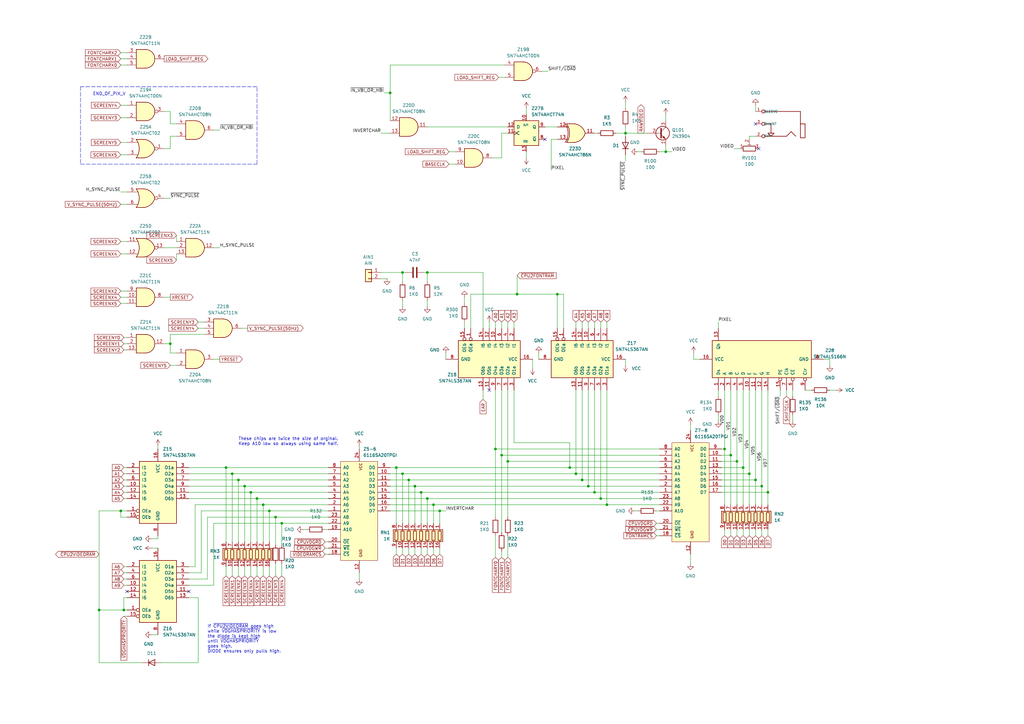
<source format=kicad_sch>
(kicad_sch (version 20211123) (generator eeschema)
  (paper "A3")
  (title_block (title "JupiterAce Z80 plus KIO and new memory format.") (date "2020-05-12") (rev "${REVNUM}") (company "Ontobus") (comment 1 "John Bradley") (comment 2 "https://creativecommons.org/licenses/by-nc-sa/4.0/") (comment 3 "Attribution-NonCommercial-ShareAlike 4.0 International License.") (comment 4 "This work is licensed under a Creative Commons "))
  (junction (at 203.2 184.15))
  (junction (at 205.74 186.69))
  (junction (at 299.72 186.69))
  (junction (at 312.42 199.39))
  (junction (at 241.3 199.39))
  (junction (at 243.84 201.93))
  (junction (at 233.68 191.77))
  (junction (at 170.18 199.39))
  (junction (at 110.49 209.55))
  (junction (at 69.85 140.97))
  (junction (at 246.38 204.47))
  (junction (at 95.25 194.31))
  (junction (at 107.95 207.01))
  (junction (at 309.88 196.85))
  (junction (at 297.18 184.15))
  (junction (at 172.72 201.93))
  (junction (at 302.26 189.23))
  (junction (at 212.09 120.65))
  (junction (at 165.1 194.31))
  (junction (at 100.33 199.39))
  (junction (at 273.05 62.23))
  (junction (at 236.22 194.31))
  (junction (at 177.8 207.01))
  (junction (at 208.28 189.23))
  (junction (at 304.8 191.77))
  (junction (at 228.6 120.65))
  (junction (at 49.53 209.55))
  (junction (at 105.41 204.47))
  (junction (at 113.03 212.09))
  (junction (at 256.54 54.61))
  (junction (at 307.34 194.31))
  (junction (at 165.1 111.76))
  (junction (at 180.34 209.55))
  (junction (at 102.87 201.93))
  (junction (at 40.64 250.19))
  (junction (at 175.26 111.76))
  (junction (at 50.8 250.19))
  (junction (at 314.96 201.93))
  (junction (at 115.57 214.63))
  (junction (at 92.71 191.77))
  (junction (at 248.92 207.01))
  (junction (at 162.56 191.77))
  (junction (at 238.76 196.85))
  (junction (at 175.26 204.47))
  (junction (at 97.79 196.85))
  (junction (at 160.02 38.1))
  (junction (at 167.64 196.85))
  (no_connect (at 77.47 242.57))
  (no_connect (at 309.88 50.8))
  (no_connect (at 200.66 160.02))
  (no_connect (at 223.52 57.15))
  (no_connect (at 311.15 60.96))
  (no_connect (at 52.07 242.57))
  (wire (pts (xy 300.99 60.96) (xy 303.53 60.96)))
  (wire (pts (xy 77.47 234.95) (xy 82.55 234.95)))
  (wire (pts (xy 107.95 232.41) (xy 107.95 236.22)))
  (wire (pts (xy 134.62 217.17) (xy 133.35 217.17)))
  (wire (pts (xy 165.1 111.76) (xy 166.37 111.76)))
  (wire (pts (xy 322.58 160.02) (xy 322.58 162.56)))
  (wire (pts (xy 87.63 147.32) (xy 90.17 147.32)))
  (wire (pts (xy 226.06 57.15) (xy 228.6 57.15)))
  (wire (pts (xy 160.02 196.85) (xy 167.64 196.85)))
  (wire (pts (xy 52.07 83.82) (xy 49.53 83.82)))
  (wire (pts (xy 273.05 62.23) (xy 275.59 62.23)))
  (wire (pts (xy 52.07 201.93) (xy 50.8 201.93)))
  (wire (pts (xy 52.07 140.97) (xy 50.8 140.97)))
  (wire (pts (xy 304.8 191.77) (xy 304.8 207.01)))
  (wire (pts (xy 283.21 176.53) (xy 283.21 173.99)))
  (wire (pts (xy 72.39 99.06) (xy 72.39 96.52)))
  (wire (pts (xy 147.32 184.15) (xy 147.32 182.88)))
  (wire (pts (xy 248.92 207.01) (xy 270.51 207.01)))
  (wire (pts (xy 198.12 111.76) (xy 198.12 134.62)))
  (wire (pts (xy 52.07 104.14) (xy 49.53 104.14)))
  (wire (pts (xy 309.88 196.85) (xy 309.88 207.01)))
  (wire (pts (xy 205.74 64.77) (xy 205.74 54.61)))
  (wire (pts (xy 77.47 191.77) (xy 92.71 191.77)))
  (wire (pts (xy 72.39 104.14) (xy 72.39 106.68)))
  (wire (pts (xy 40.64 209.55) (xy 40.64 250.19)))
  (wire (pts (xy 270.51 214.63) (xy 269.24 214.63)))
  (wire (pts (xy 165.1 194.31) (xy 236.22 194.31)))
  (wire (pts (xy 314.96 160.02) (xy 314.96 201.93)))
  (wire (pts (xy 205.74 228.6) (xy 205.74 226.06)))
  (polyline (pts (xy 33.02 35.56) (xy 33.02 67.31)))
  (wire (pts (xy 52.07 194.31) (xy 50.8 194.31)))
  (wire (pts (xy 320.04 162.56) (xy 320.04 160.02)))
  (wire (pts (xy 77.47 199.39) (xy 100.33 199.39)))
  (wire (pts (xy 269.24 219.71) (xy 270.51 219.71)))
  (wire (pts (xy 175.26 204.47) (xy 175.26 214.63)))
  (wire (pts (xy 172.72 201.93) (xy 172.72 214.63)))
  (wire (pts (xy 246.38 134.62) (xy 246.38 132.08)))
  (wire (pts (xy 77.47 232.41) (xy 80.01 232.41)))
  (wire (pts (xy 107.95 207.01) (xy 134.62 207.01)))
  (wire (pts (xy 81.28 271.78) (xy 66.04 271.78)))
  (wire (pts (xy 175.26 224.79) (xy 175.26 227.33)))
  (wire (pts (xy 262.89 62.23) (xy 261.62 62.23)))
  (wire (pts (xy 67.31 121.92) (xy 69.85 121.92)))
  (wire (pts (xy 62.23 224.79) (xy 64.77 224.79)))
  (wire (pts (xy 160.02 26.67) (xy 207.01 26.67)))
  (wire (pts (xy 105.41 204.47) (xy 134.62 204.47)))
  (wire (pts (xy 233.68 181.61) (xy 233.68 191.77)))
  (wire (pts (xy 215.9 46.99) (xy 215.9 44.45)))
  (wire (pts (xy 49.53 24.13) (xy 52.07 24.13)))
  (wire (pts (xy 72.39 144.78) (xy 69.85 144.78)))
  (wire (pts (xy 304.8 217.17) (xy 304.8 219.71)))
  (wire (pts (xy 226.06 57.15) (xy 226.06 69.85)))
  (wire (pts (xy 299.72 186.69) (xy 299.72 207.01)))
  (wire (pts (xy 297.18 160.02) (xy 297.18 184.15)))
  (wire (pts (xy 200.66 134.62) (xy 200.66 132.08)))
  (wire (pts (xy 77.47 204.47) (xy 105.41 204.47)))
  (wire (pts (xy 304.8 160.02) (xy 304.8 191.77)))
  (wire (pts (xy 167.64 196.85) (xy 167.64 214.63)))
  (wire (pts (xy 82.55 209.55) (xy 82.55 234.95)))
  (wire (pts (xy 314.96 201.93) (xy 314.96 207.01)))
  (wire (pts (xy 175.26 111.76) (xy 198.12 111.76)))
  (wire (pts (xy 125.73 217.17) (xy 124.46 217.17)))
  (wire (pts (xy 208.28 219.71) (xy 208.28 228.6)))
  (wire (pts (xy 177.8 224.79) (xy 177.8 227.33)))
  (wire (pts (xy 273.05 49.53) (xy 273.05 46.99)))
  (wire (pts (xy 228.6 134.62) (xy 228.6 120.65)))
  (wire (pts (xy 236.22 194.31) (xy 270.51 194.31)))
  (wire (pts (xy 85.09 212.09) (xy 85.09 237.49)))
  (wire (pts (xy 100.33 199.39) (xy 100.33 222.25)))
  (wire (pts (xy 69.85 144.78) (xy 69.85 140.97)))
  (wire (pts (xy 160.02 38.1) (xy 160.02 49.53)))
  (wire (pts (xy 52.07 240.03) (xy 50.8 240.03)))
  (wire (pts (xy 270.51 186.69) (xy 205.74 186.69)))
  (wire (pts (xy 307.34 217.17) (xy 307.34 219.71)))
  (wire (pts (xy 198.12 160.02) (xy 198.12 163.83)))
  (wire (pts (xy 110.49 209.55) (xy 110.49 222.25)))
  (wire (pts (xy 50.8 143.51) (xy 52.07 143.51)))
  (wire (pts (xy 295.91 191.77) (xy 304.8 191.77)))
  (wire (pts (xy 295.91 199.39) (xy 312.42 199.39)))
  (wire (pts (xy 160.02 207.01) (xy 177.8 207.01)))
  (wire (pts (xy 102.87 201.93) (xy 102.87 222.25)))
  (wire (pts (xy 52.07 78.74) (xy 49.53 78.74)))
  (wire (pts (xy 52.07 212.09) (xy 49.53 212.09)))
  (wire (pts (xy 273.05 62.23) (xy 270.51 62.23)))
  (wire (pts (xy 210.82 181.61) (xy 210.82 160.02)))
  (polyline (pts (xy 105.41 67.31) (xy 105.41 35.56)))
  (wire (pts (xy 69.85 50.8) (xy 69.85 45.72)))
  (wire (pts (xy 77.47 237.49) (xy 85.09 237.49)))
  (wire (pts (xy 172.72 201.93) (xy 243.84 201.93)))
  (wire (pts (xy 81.28 134.62) (xy 83.82 134.62)))
  (wire (pts (xy 72.39 50.8) (xy 69.85 50.8)))
  (wire (pts (xy 193.04 120.65) (xy 193.04 134.62)))
  (wire (pts (xy 243.84 54.61) (xy 245.11 54.61)))
  (wire (pts (xy 302.26 217.17) (xy 302.26 219.71)))
  (wire (pts (xy 87.63 53.34) (xy 90.17 53.34)))
  (wire (pts (xy 248.92 134.62) (xy 248.92 132.08)))
  (wire (pts (xy 52.07 234.95) (xy 50.8 234.95)))
  (wire (pts (xy 40.64 271.78) (xy 58.42 271.78)))
  (wire (pts (xy 236.22 134.62) (xy 236.22 132.08)))
  (wire (pts (xy 261.62 209.55) (xy 260.35 209.55)))
  (wire (pts (xy 205.74 186.69) (xy 205.74 218.44)))
  (wire (pts (xy 77.47 240.03) (xy 87.63 240.03)))
  (wire (pts (xy 175.26 123.19) (xy 175.26 125.73)))
  (wire (pts (xy 170.18 199.39) (xy 170.18 214.63)))
  (wire (pts (xy 90.17 101.6) (xy 87.63 101.6)))
  (wire (pts (xy 40.64 209.55) (xy 49.53 209.55)))
  (wire (pts (xy 283.21 227.33) (xy 283.21 231.14)))
  (wire (pts (xy 182.88 144.78) (xy 182.88 147.32)))
  (wire (pts (xy 256.54 54.61) (xy 265.43 54.61)))
  (wire (pts (xy 113.03 231.14) (xy 113.03 236.22)))
  (wire (pts (xy 309.88 43.18) (xy 309.88 45.72)))
  (wire (pts (xy 102.87 201.93) (xy 134.62 201.93)))
  (wire (pts (xy 307.34 160.02) (xy 307.34 194.31)))
  (wire (pts (xy 147.32 234.95) (xy 147.32 237.49)))
  (wire (pts (xy 294.64 170.18) (xy 294.64 172.72)))
  (wire (pts (xy 133.35 227.33) (xy 134.62 227.33)))
  (wire (pts (xy 87.63 214.63) (xy 115.57 214.63)))
  (wire (pts (xy 67.31 101.6) (xy 72.39 101.6)))
  (wire (pts (xy 80.01 207.01) (xy 107.95 207.01)))
  (wire (pts (xy 69.85 55.88) (xy 69.85 60.96)))
  (wire (pts (xy 340.36 160.02) (xy 342.9 160.02)))
  (wire (pts (xy 49.53 212.09) (xy 49.53 209.55)))
  (wire (pts (xy 337.82 147.32) (xy 340.36 147.32)))
  (wire (pts (xy 270.51 209.55) (xy 269.24 209.55)))
  (wire (pts (xy 208.28 189.23) (xy 208.28 212.09)))
  (wire (pts (xy 205.74 64.77) (xy 201.93 64.77)))
  (wire (pts (xy 64.77 219.71) (xy 64.77 220.98)))
  (wire (pts (xy 173.99 111.76) (xy 175.26 111.76)))
  (wire (pts (xy 215.9 62.23) (xy 215.9 64.77)))
  (wire (pts (xy 180.34 209.55) (xy 180.34 214.63)))
  (wire (pts (xy 175.26 204.47) (xy 246.38 204.47)))
  (wire (pts (xy 64.77 220.98) (xy 62.23 220.98)))
  (wire (pts (xy 309.88 55.88) (xy 307.34 55.88)))
  (wire (pts (xy 160.02 204.47) (xy 175.26 204.47)))
  (wire (pts (xy 107.95 207.01) (xy 107.95 222.25)))
  (wire (pts (xy 243.84 160.02) (xy 243.84 201.93)))
  (wire (pts (xy 256.54 41.91) (xy 256.54 44.45)))
  (wire (pts (xy 52.07 43.18) (xy 49.53 43.18)))
  (wire (pts (xy 52.07 199.39) (xy 50.8 199.39)))
  (wire (pts (xy 95.25 194.31) (xy 95.25 222.25)))
  (wire (pts (xy 105.41 204.47) (xy 105.41 222.25)))
  (wire (pts (xy 160.02 191.77) (xy 162.56 191.77)))
  (wire (pts (xy 162.56 191.77) (xy 233.68 191.77)))
  (wire (pts (xy 270.51 189.23) (xy 208.28 189.23)))
  (wire (pts (xy 69.85 140.97) (xy 69.85 137.16)))
  (wire (pts (xy 186.69 67.31) (xy 184.15 67.31)))
  (wire (pts (xy 203.2 134.62) (xy 203.2 132.08)))
  (wire (pts (xy 241.3 199.39) (xy 270.51 199.39)))
  (wire (pts (xy 102.87 232.41) (xy 102.87 236.22)))
  (wire (pts (xy 50.8 138.43) (xy 52.07 138.43)))
  (wire (pts (xy 205.74 160.02) (xy 205.74 186.69)))
  (wire (pts (xy 160.02 199.39) (xy 170.18 199.39)))
  (wire (pts (xy 314.96 217.17) (xy 314.96 219.71)))
  (wire (pts (xy 133.35 224.79) (xy 134.62 224.79)))
  (wire (pts (xy 64.77 260.35) (xy 62.23 260.35)))
  (wire (pts (xy 212.09 120.65) (xy 212.09 113.03)))
  (wire (pts (xy 241.3 160.02) (xy 241.3 199.39)))
  (wire (pts (xy 87.63 214.63) (xy 87.63 240.03)))
  (wire (pts (xy 299.72 217.17) (xy 299.72 219.71)))
  (wire (pts (xy 203.2 184.15) (xy 203.2 212.09)))
  (wire (pts (xy 256.54 149.86) (xy 256.54 147.32)))
  (wire (pts (xy 165.1 123.19) (xy 165.1 125.73)))
  (wire (pts (xy 297.18 217.17) (xy 297.18 219.71)))
  (wire (pts (xy 233.68 191.77) (xy 270.51 191.77)))
  (wire (pts (xy 115.57 214.63) (xy 115.57 223.52)))
  (wire (pts (xy 105.41 232.41) (xy 105.41 236.22)))
  (wire (pts (xy 243.84 201.93) (xy 270.51 201.93)))
  (wire (pts (xy 294.64 162.56) (xy 294.64 160.02)))
  (wire (pts (xy 270.51 184.15) (xy 203.2 184.15)))
  (wire (pts (xy 167.64 224.79) (xy 167.64 227.33)))
  (wire (pts (xy 248.92 160.02) (xy 248.92 207.01)))
  (wire (pts (xy 52.07 232.41) (xy 50.8 232.41)))
  (wire (pts (xy 77.47 245.11) (xy 81.28 245.11)))
  (wire (pts (xy 295.91 189.23) (xy 302.26 189.23)))
  (wire (pts (xy 67.31 60.96) (xy 69.85 60.96)))
  (wire (pts (xy 113.03 212.09) (xy 113.03 223.52)))
  (wire (pts (xy 92.71 191.77) (xy 92.71 222.25)))
  (wire (pts (xy 325.12 172.72) (xy 325.12 170.18)))
  (wire (pts (xy 208.28 160.02) (xy 208.28 189.23)))
  (wire (pts (xy 52.07 21.59) (xy 49.53 21.59)))
  (wire (pts (xy 95.25 232.41) (xy 95.25 236.22)))
  (wire (pts (xy 165.1 111.76) (xy 165.1 115.57)))
  (wire (pts (xy 294.64 132.08) (xy 294.64 134.62)))
  (wire (pts (xy 156.21 54.61) (xy 160.02 54.61)))
  (polyline (pts (xy 105.41 35.56) (xy 33.02 35.56)))
  (wire (pts (xy 210.82 134.62) (xy 210.82 132.08)))
  (wire (pts (xy 49.53 121.92) (xy 52.07 121.92)))
  (wire (pts (xy 99.06 134.62) (xy 101.6 134.62)))
  (wire (pts (xy 203.2 219.71) (xy 203.2 228.6)))
  (wire (pts (xy 309.88 217.17) (xy 309.88 219.71)))
  (wire (pts (xy 52.07 196.85) (xy 50.8 196.85)))
  (wire (pts (xy 190.5 132.08) (xy 190.5 134.62)))
  (wire (pts (xy 218.44 147.32) (xy 218.44 151.13)))
  (wire (pts (xy 210.82 181.61) (xy 233.68 181.61)))
  (wire (pts (xy 325.12 160.02) (xy 325.12 162.56)))
  (wire (pts (xy 180.34 224.79) (xy 180.34 227.33)))
  (wire (pts (xy 158.75 114.3) (xy 156.21 114.3)))
  (wire (pts (xy 100.33 199.39) (xy 134.62 199.39)))
  (wire (pts (xy 172.72 224.79) (xy 172.72 227.33)))
  (wire (pts (xy 50.8 250.19) (xy 52.07 250.19)))
  (wire (pts (xy 110.49 232.41) (xy 110.49 236.22)))
  (wire (pts (xy 156.21 111.76) (xy 165.1 111.76)))
  (wire (pts (xy 82.55 209.55) (xy 110.49 209.55)))
  (wire (pts (xy 113.03 212.09) (xy 134.62 212.09)))
  (wire (pts (xy 208.28 134.62) (xy 208.28 132.08)))
  (wire (pts (xy 295.91 186.69) (xy 299.72 186.69)))
  (wire (pts (xy 243.84 134.62) (xy 243.84 132.08)))
  (wire (pts (xy 246.38 204.47) (xy 270.51 204.47)))
  (wire (pts (xy 100.33 232.41) (xy 100.33 236.22)))
  (wire (pts (xy 256.54 55.88) (xy 256.54 54.61)))
  (wire (pts (xy 307.34 55.88) (xy 307.34 57.15)))
  (wire (pts (xy 228.6 52.07) (xy 223.52 52.07)))
  (wire (pts (xy 170.18 224.79) (xy 170.18 227.33)))
  (polyline (pts (xy 33.02 67.31) (xy 105.41 67.31)))
  (wire (pts (xy 134.62 196.85) (xy 97.79 196.85)))
  (wire (pts (xy 81.28 245.11) (xy 81.28 271.78)))
  (wire (pts (xy 273.05 59.69) (xy 273.05 62.23)))
  (wire (pts (xy 115.57 231.14) (xy 115.57 236.22)))
  (wire (pts (xy 52.07 63.5) (xy 49.53 63.5)))
  (wire (pts (xy 256.54 63.5) (xy 256.54 66.04)))
  (wire (pts (xy 157.48 38.1) (xy 160.02 38.1)))
  (wire (pts (xy 160.02 209.55) (xy 180.34 209.55)))
  (wire (pts (xy 133.35 222.25) (xy 134.62 222.25)))
  (wire (pts (xy 50.8 245.11) (xy 52.07 245.11)))
  (wire (pts (xy 165.1 194.31) (xy 165.1 214.63)))
  (wire (pts (xy 77.47 194.31) (xy 95.25 194.31)))
  (wire (pts (xy 52.07 58.42) (xy 49.53 58.42)))
  (wire (pts (xy 205.74 134.62) (xy 205.74 132.08)))
  (wire (pts (xy 69.85 137.16) (xy 83.82 137.16)))
  (wire (pts (xy 97.79 232.41) (xy 97.79 236.22)))
  (wire (pts (xy 231.14 134.62) (xy 231.14 120.65)))
  (wire (pts (xy 115.57 214.63) (xy 134.62 214.63)))
  (wire (pts (xy 177.8 207.01) (xy 177.8 214.63)))
  (wire (pts (xy 170.18 199.39) (xy 241.3 199.39)))
  (wire (pts (xy 312.42 199.39) (xy 312.42 207.01)))
  (wire (pts (xy 309.88 160.02) (xy 309.88 196.85)))
  (wire (pts (xy 330.2 160.02) (xy 332.74 160.02)))
  (wire (pts (xy 67.31 81.28) (xy 69.85 81.28)))
  (wire (pts (xy 52.07 204.47) (xy 50.8 204.47)))
  (wire (pts (xy 50.8 245.11) (xy 50.8 250.19)))
  (wire (pts (xy 312.42 160.02) (xy 312.42 199.39)))
  (wire (pts (xy 52.07 191.77) (xy 50.8 191.77)))
  (wire (pts (xy 246.38 160.02) (xy 246.38 204.47)))
  (wire (pts (xy 40.64 250.19) (xy 50.8 250.19)))
  (wire (pts (xy 180.34 209.55) (xy 182.88 209.55)))
  (wire (pts (xy 203.2 160.02) (xy 203.2 184.15)))
  (wire (pts (xy 52.07 99.06) (xy 49.53 99.06)))
  (wire (pts (xy 220.98 147.32) (xy 220.98 144.78)))
  (wire (pts (xy 295.91 194.31) (xy 307.34 194.31)))
  (wire (pts (xy 77.47 201.93) (xy 102.87 201.93)))
  (wire (pts (xy 238.76 196.85) (xy 270.51 196.85)))
  (wire (pts (xy 49.53 209.55) (xy 52.07 209.55)))
  (wire (pts (xy 72.39 55.88) (xy 69.85 55.88)))
  (wire (pts (xy 284.48 147.32) (xy 284.48 144.78)))
  (wire (pts (xy 302.26 189.23) (xy 302.26 207.01)))
  (wire (pts (xy 297.18 184.15) (xy 297.18 207.01)))
  (wire (pts (xy 252.73 54.61) (xy 256.54 54.61)))
  (wire (pts (xy 49.53 119.38) (xy 52.07 119.38)))
  (wire (pts (xy 80.01 207.01) (xy 80.01 232.41)))
  (wire (pts (xy 340.36 149.86) (xy 340.36 147.32)))
  (wire (pts (xy 228.6 120.65) (xy 231.14 120.65)))
  (wire (pts (xy 160.02 26.67) (xy 160.02 38.1)))
  (wire (pts (xy 52.07 26.67) (xy 49.53 26.67)))
  (wire (pts (xy 77.47 196.85) (xy 97.79 196.85)))
  (wire (pts (xy 287.02 147.32) (xy 284.48 147.32)))
  (wire (pts (xy 162.56 224.79) (xy 162.56 227.33)))
  (wire (pts (xy 165.1 224.79) (xy 165.1 227.33)))
  (wire (pts (xy 110.49 209.55) (xy 134.62 209.55)))
  (wire (pts (xy 160.02 194.31) (xy 165.1 194.31)))
  (wire (pts (xy 64.77 184.15) (xy 64.77 182.88)))
  (wire (pts (xy 95.25 194.31) (xy 134.62 194.31)))
  (wire (pts (xy 162.56 191.77) (xy 162.56 214.63)))
  (wire (pts (xy 238.76 134.62) (xy 238.76 132.08)))
  (wire (pts (xy 236.22 160.02) (xy 236.22 194.31)))
  (wire (pts (xy 175.26 52.07) (xy 208.28 52.07)))
  (wire (pts (xy 238.76 160.02) (xy 238.76 196.85)))
  (wire (pts (xy 52.07 237.49) (xy 50.8 237.49)))
  (wire (pts (xy 81.28 132.08) (xy 83.82 132.08)))
  (wire (pts (xy 92.71 191.77) (xy 134.62 191.77)))
  (wire (pts (xy 85.09 212.09) (xy 113.03 212.09)))
  (wire (pts (xy 97.79 196.85) (xy 97.79 222.25)))
  (wire (pts (xy 49.53 124.46) (xy 52.07 124.46)))
  (wire (pts (xy 177.8 207.01) (xy 248.92 207.01)))
  (wire (pts (xy 212.09 120.65) (xy 228.6 120.65)))
  (wire (pts (xy 295.91 196.85) (xy 309.88 196.85)))
  (wire (pts (xy 299.72 160.02) (xy 299.72 186.69)))
  (wire (pts (xy 205.74 54.61) (xy 208.28 54.61)))
  (wire (pts (xy 204.47 31.75) (xy 207.01 31.75)))
  (wire (pts (xy 307.34 194.31) (xy 307.34 207.01)))
  (wire (pts (xy 72.39 149.86) (xy 69.85 149.86)))
  (wire (pts (xy 312.42 217.17) (xy 312.42 219.71)))
  (wire (pts (xy 67.31 45.72) (xy 69.85 45.72)))
  (wire (pts (xy 241.3 134.62) (xy 241.3 132.08)))
  (wire (pts (xy 295.91 184.15) (xy 297.18 184.15)))
  (wire (pts (xy 184.15 62.23) (xy 186.69 62.23)))
  (wire (pts (xy 295.91 201.93) (xy 314.96 201.93)))
  (wire (pts (xy 52.07 48.26) (xy 49.53 48.26)))
  (wire (pts (xy 190.5 121.92) (xy 190.5 124.46)))
  (wire (pts (xy 167.64 196.85) (xy 238.76 196.85)))
  (wire (pts (xy 160.02 201.93) (xy 172.72 201.93)))
  (wire (pts (xy 175.26 111.76) (xy 175.26 115.57)))
  (wire (pts (xy 40.64 250.19) (xy 40.64 271.78)))
  (wire (pts (xy 222.25 29.21) (xy 224.79 29.21)))
  (wire (pts (xy 69.85 140.97) (xy 67.31 140.97)))
  (wire (pts (xy 92.71 232.41) (xy 92.71 236.22)))
  (wire (pts (xy 256.54 52.07) (xy 256.54 54.61)))
  (wire (pts (xy 302.26 160.02) (xy 302.26 189.23)))
  (wire (pts (xy 52.07 252.73) (xy 50.8 252.73)))
  (wire (pts (xy 269.24 217.17) (xy 270.51 217.17)))
  (wire (pts (xy 193.04 120.65) (xy 212.09 120.65)))
  (text "These chips are twice the size of orginal.\nKeep A10 low so always using same half." (at 97.79 182.88 0) (effects (font (size 1.27 1.27)) (justify left bottom)))
  (text "If ~{CPU2VIDEORAM} goes high\nwhile ~{VDGHASPRIORITY} is low\nthe diode is kept high\nuntil ~{VDGHASPRIORITY} \ngoes high. \nDIODE ensures only pulls high." (at 85.09 267.97 0) (effects (font (size 1.27 1.27)) (justify left bottom)))
  (text "END_OF_PIX_V" (at 38.1 39.37 0) (effects (font (size 1.27 1.27)) (justify left bottom)))
  (label "SHIFT{slash}~{LOAD}" (at 224.79 29.21 0))
  (label "PIXEL" (at 226.06 69.85 0))
  (label "VD1" (at 299.72 172.72 270))
  (label "VIDEO" (at 300.99 60.96 180))
  (label "~{IN_VBI_OR_HBI}" (at 157.48 38.1 180))
  (label "SHIFT{slash}~{LOAD}" (at 320.04 162.56 270))
  (label "VD3" (at 304.8 177.8 270))
  (label "VIDEO" (at 275.59 62.23 0))
  (label "VD4" (at 307.34 180.34 270))
  (label "VD0" (at 297.18 170.18 270))
  (label "H_SYNC_PULSE" (at 90.17 101.6 0))
  (label "~{SYNC_PULSE}" (at 69.85 81.28 0))
  (label "~{SYNC_PULSE}" (at 256.54 66.04 270))
  (label "~{IN_VBI_OR_HBI}" (at 90.17 53.34 0))
  (label "VD5" (at 309.88 182.88 270))
  (label "VD6" (at 312.42 185.42 270))
  (label "H_SYNC_PULSE" (at 49.53 78.74 180))
  (label "VD7" (at 314.96 187.96 270))
  (label "INVERTCHAR" (at 182.88 209.55 0))
  (label "PIXEL" (at 294.64 132.08 0))
  (label "VD2" (at 302.26 175.26 270))
  (label "INVERTCHAR" (at 156.21 54.61 180))
  (global_label "A4" (shape input) (at 50.8 201.93 180) (property "Intersheet References" "${INTERSHEET_REFS}" (at 46.1777 201.8506 0) (effects (justify right))))
  (global_label "~{CPU2FONTRAM}" (shape input) (at 212.09 113.03 0) (property "Intersheet References" "${INTERSHEET_REFS}" (at 228.0213 112.9506 0) (effects (justify left))))
  (global_label "SCREENX3" (shape input) (at 100.33 236.22 270) (property "Intersheet References" "${INTERSHEET_REFS}" (at 100.2506 248.3413 90) (effects (justify right))))
  (global_label "SCREENX3" (shape input) (at 72.39 96.52 180) (property "Intersheet References" "${INTERSHEET_REFS}" (at 60.2687 96.4406 0) (effects (justify right))))
  (global_label "~{VIDEORAMCS}" (shape input) (at 133.35 227.33 180) (property "Intersheet References" "${INTERSHEET_REFS}" (at 119.2934 227.2506 0) (effects (justify right))))
  (global_label "SCREENY5" (shape input) (at 49.53 58.42 180) (property "Intersheet References" "${INTERSHEET_REFS}" (at 37.5296 58.3406 0) (effects (justify right))))
  (global_label "D0" (shape input) (at 162.56 227.33 270) (property "Intersheet References" "${INTERSHEET_REFS}" (at 162.4806 233.2223 90) (effects (justify right))))
  (global_label "D3" (shape input) (at 170.18 227.33 270) (property "Intersheet References" "${INTERSHEET_REFS}" (at 170.1006 233.2223 90) (effects (justify right))))
  (global_label "~{FONTRAMCS}" (shape input) (at 269.24 219.71 180) (property "Intersheet References" "${INTERSHEET_REFS}" (at 255.9091 219.6306 0) (effects (justify right))))
  (global_label "SCREENX4" (shape input) (at 49.53 104.14 180) (property "Intersheet References" "${INTERSHEET_REFS}" (at 37.4087 104.0606 0) (effects (justify right))))
  (global_label "SCREENY2" (shape input) (at 110.49 236.22 270) (property "Intersheet References" "${INTERSHEET_REFS}" (at 110.4106 248.2204 90) (effects (justify right))))
  (global_label "EAR" (shape input) (at 198.12 163.83 270) (property "Intersheet References" "${INTERSHEET_REFS}" (at 198.0406 169.6618 90) (effects (justify right))))
  (global_label "D7" (shape input) (at 180.34 227.33 270) (property "Intersheet References" "${INTERSHEET_REFS}" (at 180.2606 233.2223 90) (effects (justify right))))
  (global_label "~{CPUVDGWR}" (shape input) (at 269.24 217.17 180) (property "Intersheet References" "${INTERSHEET_REFS}" (at 256.6953 217.0906 0) (effects (justify right))))
  (global_label "FONTCHARX2" (shape input) (at 49.53 21.59 180) (property "Intersheet References" "${INTERSHEET_REFS}" (at 35.1106 21.5106 0) (effects (justify right))))
  (global_label "A7" (shape input) (at 243.84 132.08 90) (property "Intersheet References" "${INTERSHEET_REFS}" (at 243.7606 127.4577 90) (effects (justify left))))
  (global_label "SCREENY2" (shape input) (at 50.8 143.51 180) (property "Intersheet References" "${INTERSHEET_REFS}" (at 38.7996 143.4306 0) (effects (justify right))))
  (global_label "A6" (shape input) (at 50.8 232.41 180) (property "Intersheet References" "${INTERSHEET_REFS}" (at 46.1777 232.3306 0) (effects (justify right))))
  (global_label "FONTCHARX0" (shape input) (at 49.53 26.67 180) (property "Intersheet References" "${INTERSHEET_REFS}" (at 35.1106 26.5906 0) (effects (justify right))))
  (global_label "A5" (shape input) (at 50.8 204.47 180) (property "Intersheet References" "${INTERSHEET_REFS}" (at 46.1777 204.3906 0) (effects (justify right))))
  (global_label "~{VDGHASPRIORITY}" (shape input) (at 50.8 252.73 270) (property "Intersheet References" "${INTERSHEET_REFS}" (at 50.7206 270.3547 90) (effects (justify right))))
  (global_label "FONTCHARX1" (shape input) (at 49.53 24.13 180) (property "Intersheet References" "${INTERSHEET_REFS}" (at 35.1106 24.0506 0) (effects (justify right))))
  (global_label "FONTCHARY0" (shape input) (at 203.2 228.6 270) (property "Intersheet References" "${INTERSHEET_REFS}" (at 203.1206 242.8985 90) (effects (justify right))))
  (global_label "A8" (shape input) (at 246.38 132.08 90) (property "Intersheet References" "${INTERSHEET_REFS}" (at 246.3006 127.4577 90) (effects (justify left))))
  (global_label "D6" (shape input) (at 177.8 227.33 270) (property "Intersheet References" "${INTERSHEET_REFS}" (at 177.7206 233.2223 90) (effects (justify right))))
  (global_label "A5" (shape input) (at 238.76 132.08 90) (property "Intersheet References" "${INTERSHEET_REFS}" (at 238.6806 127.4577 90) (effects (justify left))))
  (global_label "SCREENY5" (shape input) (at 69.85 149.86 180) (property "Intersheet References" "${INTERSHEET_REFS}" (at 57.8496 149.7806 0) (effects (justify right))))
  (global_label "~{CPUVDGWR}" (shape input) (at 133.35 224.79 180) (property "Intersheet References" "${INTERSHEET_REFS}" (at 120.8053 224.7106 0) (effects (justify right))))
  (global_label "XRESET" (shape output) (at 69.85 121.92 0) (property "Intersheet References" "${INTERSHEET_REFS}" (at 79.129 121.8406 0) (effects (justify left))))
  (global_label "D4" (shape input) (at 172.72 227.33 270) (property "Intersheet References" "${INTERSHEET_REFS}" (at 172.6406 233.2223 90) (effects (justify right))))
  (global_label "YRESET" (shape output) (at 90.17 147.32 0) (property "Intersheet References" "${INTERSHEET_REFS}" (at 99.328 147.2406 0) (effects (justify left))))
  (global_label "FONTCHARY1" (shape input) (at 205.74 228.6 270) (property "Intersheet References" "${INTERSHEET_REFS}" (at 205.6606 242.8985 90) (effects (justify right))))
  (global_label "D2" (shape input) (at 167.64 227.33 270) (property "Intersheet References" "${INTERSHEET_REFS}" (at 167.5606 233.2223 90) (effects (justify right))))
  (global_label "A1" (shape input) (at 50.8 194.31 180) (property "Intersheet References" "${INTERSHEET_REFS}" (at 46.1777 194.2306 0) (effects (justify right))))
  (global_label "SCREENY4" (shape input) (at 81.28 134.62 180) (property "Intersheet References" "${INTERSHEET_REFS}" (at 69.2796 134.5406 0) (effects (justify right))))
  (global_label "A3" (shape input) (at 210.82 132.08 90) (property "Intersheet References" "${INTERSHEET_REFS}" (at 210.7406 127.4577 90) (effects (justify left))))
  (global_label "LOAD_SHIFT_REG" (shape input) (at 204.47 31.75 180) (property "Intersheet References" "${INTERSHEET_REFS}" (at 186.6034 31.6706 0) (effects (justify right))))
  (global_label "SCREENX5" (shape input) (at 49.53 63.5 180) (property "Intersheet References" "${INTERSHEET_REFS}" (at 37.4087 63.4206 0) (effects (justify right))))
  (global_label "A8" (shape input) (at 50.8 237.49 180) (property "Intersheet References" "${INTERSHEET_REFS}" (at 46.1777 237.4106 0) (effects (justify right))))
  (global_label "SCREENY0" (shape input) (at 50.8 138.43 180) (property "Intersheet References" "${INTERSHEET_REFS}" (at 38.7996 138.3506 0) (effects (justify right))))
  (global_label "A4" (shape input) (at 236.22 132.08 90) (property "Intersheet References" "${INTERSHEET_REFS}" (at 236.1406 127.4577 90) (effects (justify left))))
  (global_label "A1" (shape input) (at 205.74 132.08 90) (property "Intersheet References" "${INTERSHEET_REFS}" (at 205.6606 127.4577 90) (effects (justify left))))
  (global_label "~{CPUVDGRD}" (shape input) (at 133.35 222.25 180) (property "Intersheet References" "${INTERSHEET_REFS}" (at 120.9868 222.1706 0) (effects (justify right))))
  (global_label "A2" (shape input) (at 208.28 132.08 90) (property "Intersheet References" "${INTERSHEET_REFS}" (at 208.2006 127.4577 90) (effects (justify left))))
  (global_label "SCREENX2" (shape input) (at 97.79 236.22 270) (property "Intersheet References" "${INTERSHEET_REFS}" (at 97.7106 248.3413 90) (effects (justify right))))
  (global_label "A0" (shape input) (at 50.8 191.77 180) (property "Intersheet References" "${INTERSHEET_REFS}" (at 46.1777 191.6906 0) (effects (justify right))))
  (global_label "A3" (shape input) (at 50.8 199.39 180) (property "Intersheet References" "${INTERSHEET_REFS}" (at 46.1777 199.3106 0) (effects (justify right))))
  (global_label "D0" (shape input) (at 297.18 219.71 270) (property "Intersheet References" "${INTERSHEET_REFS}" (at 297.1006 224.5137 90) (effects (justify right))))
  (global_label "LOAD_SHIFT_REG" (shape input) (at 184.15 62.23 180) (property "Intersheet References" "${INTERSHEET_REFS}" (at 166.2834 62.1506 0) (effects (justify right))))
  (global_label "SCREENY3" (shape input) (at 81.28 132.08 180) (property "Intersheet References" "${INTERSHEET_REFS}" (at 69.2796 132.0006 0) (effects (justify right))))
  (global_label "A9" (shape input) (at 248.92 132.08 90) (property "Intersheet References" "${INTERSHEET_REFS}" (at 248.8406 127.4577 90) (effects (justify left))))
  (global_label "D4" (shape input) (at 307.34 219.71 270) (property "Intersheet References" "${INTERSHEET_REFS}" (at 307.2606 224.5137 90) (effects (justify right))))
  (global_label "A9" (shape input) (at 50.8 240.03 180) (property "Intersheet References" "${INTERSHEET_REFS}" (at 46.1777 239.9506 0) (effects (justify right))))
  (global_label "SCREENX5" (shape input) (at 72.39 106.68 180) (property "Intersheet References" "${INTERSHEET_REFS}" (at 60.2687 106.6006 0) (effects (justify right))))
  (global_label "D5" (shape input) (at 175.26 227.33 270) (property "Intersheet References" "${INTERSHEET_REFS}" (at 175.1806 233.2223 90) (effects (justify right))))
  (global_label "SCREENY3" (shape input) (at 113.03 236.22 270) (property "Intersheet References" "${INTERSHEET_REFS}" (at 112.9506 248.2204 90) (effects (justify right))))
  (global_label "V_SYNC_PULSE(50Hz)" (shape output) (at 101.6 134.62 0) (property "Intersheet References" "${INTERSHEET_REFS}" (at 124.3047 134.5406 0) (effects (justify left))))
  (global_label "D7" (shape input) (at 314.96 219.71 270) (property "Intersheet References" "${INTERSHEET_REFS}" (at 314.8806 224.5137 90) (effects (justify right))))
  (global_label "SCREENY4" (shape input) (at 115.57 236.22 270) (property "Intersheet References" "${INTERSHEET_REFS}" (at 115.4906 248.2204 90) (effects (justify right))))
  (global_label "SCREENX0" (shape input) (at 92.71 236.22 270) (property "Intersheet References" "${INTERSHEET_REFS}" (at 92.6306 248.3413 90) (effects (justify right))))
  (global_label "SHIFTCLK" (shape input) (at 322.58 162.56 270) (property "Intersheet References" "${INTERSHEET_REFS}" (at 322.5006 173.6532 90) (effects (justify right))))
  (global_label "SCREENX1" (shape input) (at 95.25 236.22 270) (property "Intersheet References" "${INTERSHEET_REFS}" (at 95.1706 248.3413 90) (effects (justify right))))
  (global_label "SCREENY1" (shape input) (at 107.95 236.22 270) (property "Intersheet References" "${INTERSHEET_REFS}" (at 107.8706 248.2204 90) (effects (justify right))))
  (global_label "SCREENX2" (shape input) (at 49.53 99.06 180) (property "Intersheet References" "${INTERSHEET_REFS}" (at 37.4087 98.9806 0) (effects (justify right))))
  (global_label "A2" (shape input) (at 50.8 196.85 180) (property "Intersheet References" "${INTERSHEET_REFS}" (at 46.1777 196.7706 0) (effects (justify right))))
  (global_label "SCREENX2" (shape input) (at 49.53 119.38 180) (property "Intersheet References" "${INTERSHEET_REFS}" (at 37.4087 119.3006 0) (effects (justify right))))
  (global_label "SCREENX4" (shape input) (at 102.87 236.22 270) (property "Intersheet References" "${INTERSHEET_REFS}" (at 102.7906 248.3413 90) (effects (justify right))))
  (global_label "D3" (shape input) (at 304.8 219.71 270) (property "Intersheet References" "${INTERSHEET_REFS}" (at 304.7206 224.5137 90) (effects (justify right))))
  (global_label "~{CPUVDGRD}" (shape input) (at 269.24 214.63 180) (property "Intersheet References" "${INTERSHEET_REFS}" (at 256.8768 214.5506 0) (effects (justify right))))
  (global_label "V_SYNC_PULSE(50Hz)" (shape input) (at 49.53 83.82 180) (property "Intersheet References" "${INTERSHEET_REFS}" (at 26.8253 83.7406 0) (effects (justify right))))
  (global_label "SCREENY3" (shape input) (at 49.53 48.26 180) (property "Intersheet References" "${INTERSHEET_REFS}" (at 37.5296 48.1806 0) (effects (justify right))))
  (global_label "D2" (shape input) (at 302.26 219.71 270) (property "Intersheet References" "${INTERSHEET_REFS}" (at 302.1806 224.5137 90) (effects (justify right))))
  (global_label "A0" (shape input) (at 203.2 132.08 90) (property "Intersheet References" "${INTERSHEET_REFS}" (at 203.1206 127.4577 90) (effects (justify left))))
  (global_label "RAWVIDEO" (shape output) (at 262.89 54.61 90) (property "Intersheet References" "${INTERSHEET_REFS}" (at 262.9694 43.0329 90) (effects (justify left))))
  (global_label "SCREENY0" (shape input) (at 105.41 236.22 270) (property "Intersheet References" "${INTERSHEET_REFS}" (at 105.3306 248.2204 90) (effects (justify right))))
  (global_label "SCREENX5" (shape input) (at 49.53 124.46 180) (property "Intersheet References" "${INTERSHEET_REFS}" (at 37.4087 124.3806 0) (effects (justify right))))
  (global_label "A7" (shape input) (at 50.8 234.95 180) (property "Intersheet References" "${INTERSHEET_REFS}" (at 46.1777 234.8706 0) (effects (justify right))))
  (global_label "BASECLK" (shape input) (at 184.15 67.31 180) (property "Intersheet References" "${INTERSHEET_REFS}" (at 173.5406 67.2306 0) (effects (justify right))))
  (global_label "~{CPU2VIDEORAM}" (shape bidirectional) (at 40.64 227.33 180) (property "Intersheet References" "${INTERSHEET_REFS}" (at 23.9829 227.2506 0) (effects (justify right))))
  (global_label "SCREENY1" (shape input) (at 50.8 140.97 180) (property "Intersheet References" "${INTERSHEET_REFS}" (at 38.7996 140.8906 0) (effects (justify right))))
  (global_label "LOAD_SHIFT_REG" (shape output) (at 67.31 24.13 0) (property "Intersheet References" "${INTERSHEET_REFS}" (at 85.1766 24.0506 0) (effects (justify left))))
  (global_label "D5" (shape input) (at 309.88 219.71 270) (property "Intersheet References" "${INTERSHEET_REFS}" (at 309.8006 224.5137 90) (effects (justify right))))
  (global_label "SCREENX4" (shape input) (at 49.53 121.92 180) (property "Intersheet References" "${INTERSHEET_REFS}" (at 37.4087 121.8406 0) (effects (justify right))))
  (global_label "D1" (shape input) (at 299.72 219.71 270) (property "Intersheet References" "${INTERSHEET_REFS}" (at 299.6406 224.5137 90) (effects (justify right))))
  (global_label "SCREENY4" (shape input) (at 49.53 43.18 180) (property "Intersheet References" "${INTERSHEET_REFS}" (at 37.5296 43.1006 0) (effects (justify right))))
  (global_label "D1" (shape input) (at 165.1 227.33 270) (property "Intersheet References" "${INTERSHEET_REFS}" (at 165.0206 233.2223 90) (effects (justify right))))
  (global_label "FONTCHARY2" (shape input) (at 208.28 228.6 270) (property "Intersheet References" "${INTERSHEET_REFS}" (at 208.2006 242.8985 90) (effects (justify right))))
  (global_label "A6" (shape input) (at 241.3 132.08 90) (property "Intersheet References" "${INTERSHEET_REFS}" (at 241.2206 127.4577 90) (effects (justify left))))
  (global_label "D6" (shape input) (at 312.42 219.71 270) (property "Intersheet References" "${INTERSHEET_REFS}" (at 312.3406 224.5137 90) (effects (justify right))))
  (symbol (lib_id "ExtraSymbols:6116P") (at 147.32 209.55 0) (unit 1)
    (property "Reference" "Z5-6" (at 148.9711 184.15 0) (effects (justify left)))
    (property "Value" "6116SA20TPGI" (at 148.9711 186.69 0) (effects (justify left)))
    (property "Footprint" "Package_DIP:DIP-24_W7.62mm" (effects hide))
  )
  (symbol (lib_id "Connector_Generic:Conn_01x02") (at 151.13 111.76 0) (mirror y) (unit 1)
    (property "Reference" "AIN1" (at 151.13 105.41 0) (effects (font (size 1.2954 1.2954))))
    (property "Value" "AIN" (at 151.13 107.95 0))
    (property "Footprint" "Connector_PinHeader_2.54mm:PinHeader_1x02_P2.54mm_Vertical" (effects hide))
  )
  (symbol (lib_id "Device:R") (at 205.74 222.25 180) (unit 1)
    (property "Reference" "R22" (at 208.28 220.9799 0) (effects (justify right)))
    (property "Value" "1K0" (at 208.28 223.5199 0) (effects (justify right)))
    (property "Footprint" "Resistor_THT:R_Axial_DIN0204_L3.6mm_D1.6mm_P1.90mm_Vertical" (effects hide))
  )
  (symbol (lib_id "Device:C") (at 170.18 111.76 90) (unit 1)
    (property "Reference" "C3" (at 170.18 104.14 90))
    (property "Value" "47nF" (at 170.18 106.68 90))
    (property "Footprint" "Capacitor_THT:C_Disc_D5.0mm_W2.5mm_P2.50mm" (effects hide))
    (property "Height" "4" (effects hide))
  )
  (symbol (lib_id "Device:R_Pack08") (at 100.33 227.33 180) (unit 1)
    (property "Reference" "RN3" (at 90.17 226.0599 0) (effects (justify left)))
    (property "Value" "1K" (at 90.17 228.5999 0) (effects (justify left)))
    (property "Footprint" "Package_DIP:DIP-16_W7.62mm" (effects hide))
  )
  (symbol (lib_id "Transistor_BJT:2N3904") (at 270.51 54.61 0) (unit 1)
    (property "Reference" "Q101" (at 275.59 53.3399 0) (effects (justify left)))
    (property "Value" "2N3904" (at 275.59 55.8799 0) (effects (justify left)))
    (property "Footprint" "Package_TO_SOT_THT:TO-92_Inline" (effects hide))
    (property "Datasheet" "https://www.onsemi.com/pub/Collateral/2N3903-D.PDF" (effects hide))
  )
  (symbol (lib_id "power:GND") (at 261.62 62.23 270) (unit 1)
    (property "Reference" "#~SUPPLY0101" (effects hide))
    (property "Value" "GND" (at 260.35 58.42 90))
  )
  (symbol (lib_id "power:VCC") (at 273.05 46.99 0) (unit 1)
    (property "Reference" "#~P+0101" (effects hide))
    (property "Value" "VCC" (at 273.05 41.91 0))
  )
  (symbol (lib_id "Device:R") (at 266.7 62.23 270) (unit 1)
    (property "Reference" "R100" (at 266.7 66.04 90))
    (property "Value" "100" (at 266.7 68.58 90))
    (property "Footprint" "Resistor_THT:R_Axial_DIN0204_L3.6mm_D1.6mm_P1.90mm_Vertical" (effects hide))
  )
  (symbol (lib_id "power:VCC") (at 147.32 182.88 0) (unit 1)
    (property "Reference" "#~PWR0165" (effects hide))
    (property "Value" "VCC" (at 147.32 177.8 0))
  )
  (symbol (lib_id "power:VCC") (at 283.21 173.99 0) (unit 1)
    (property "Reference" "#~PWR0166" (effects hide))
    (property "Value" "VCC" (at 283.21 168.91 0))
  )
  (symbol (lib_id "ExtraSymbols:6116P") (at 283.21 201.93 0) (unit 1)
    (property "Reference" "Z7-8" (at 284.8611 176.53 0) (effects (justify left)))
    (property "Value" "6116SA20TPGI" (at 284.8611 179.07 0) (effects (justify left)))
    (property "Footprint" "Package_DIP:DIP-24_W7.62mm" (effects hide))
  )
  (symbol (lib_id "power:GND") (at 147.32 237.49 0) (unit 1)
    (property "Reference" "#~PWR0167" (effects hide))
    (property "Value" "GND" (at 147.32 242.57 0))
  )
  (symbol (lib_id "power:GND") (at 283.21 231.14 0) (unit 1)
    (property "Reference" "#~PWR0168" (effects hide))
    (property "Value" "GND" (at 283.21 236.22 0))
  )
  (symbol (lib_id "Diode:1N4148") (at 62.23 271.78 0) (unit 1)
    (property "Reference" "D11" (at 62.23 267.97 0))
    (property "Value" "1N4148" (effects hide))
    (property "Footprint" "Diode_THT:D_DO-35_SOD27_P2.54mm_Vertical_AnodeUp" (effects hide))
    (property "Datasheet" "https://assets.nexperia.com/documents/data-sheet/1N4148_1N4448.pdf" (effects hide))
  )
  (symbol (lib_name "1N4148_1") (lib_id "Diode:1N4148") (at 256.54 59.69 90) (unit 1)
    (property "Reference" "D1" (at 254 59.6899 90) (effects (justify left)))
    (property "Value" "1N4148" (effects hide))
    (property "Footprint" "Diode_THT:D_DO-35_SOD27_P2.54mm_Vertical_AnodeUp" (effects hide))
    (property "Datasheet" "https://assets.nexperia.com/documents/data-sheet/1N4148_1N4448.pdf" (effects hide))
  )
  (symbol (lib_id "Device:R_Pack08") (at 304.8 212.09 180) (unit 1)
    (property "Reference" "RN2" (at 317.5 210.8199 0) (effects (justify right)))
    (property "Value" "1K" (at 317.5 213.3599 0) (effects (justify right)))
    (property "Footprint" "Package_DIP:DIP-16_W7.62mm" (effects hide))
  )
  (symbol (lib_id "Device:R_Pack08") (at 170.18 219.71 180) (unit 1)
    (property "Reference" "RN1" (at 160.02 218.4399 0) (effects (justify left)))
    (property "Value" "1K" (at 160.02 220.9799 0) (effects (justify left)))
    (property "Footprint" "Package_DIP:DIP-16_W7.62mm" (effects hide))
  )
  (symbol (lib_id "74xx:74LS74") (at 215.9 54.61 0) (unit 2)
    (property "Reference" "Z27" (at 217.9194 44.45 0) (effects (justify left)))
    (property "Value" "SN74AHCT74N" (at 217.9194 46.99 0) (effects (justify left)))
    (property "Footprint" "Package_DIP:DIP-14_W7.62mm" (effects hide))
    (property "Datasheet" "74xx/74hc_hct74.pdf" (effects hide))
  )
  (symbol (lib_id "power:GND") (at 124.46 217.17 270) (unit 1)
    (property "Reference" "#~PWR0112" (effects hide))
    (property "Value" "GND" (at 120.65 217.1699 90) (effects (justify right)))
  )
  (symbol (lib_id "Device:R") (at 165.1 119.38 180) (unit 1)
    (property "Reference" "R6" (at 167.64 118.1099 0) (effects (justify right)))
    (property "Value" "1K0" (at 167.64 120.6499 0) (effects (justify right)))
    (property "Footprint" "Resistor_THT:R_Axial_DIN0204_L3.6mm_D1.6mm_P1.90mm_Vertical" (effects hide))
  )
  (symbol (lib_id "Device:R") (at 248.92 54.61 270) (unit 1)
    (property "Reference" "R3" (at 248.92 48.26 90))
    (property "Value" "1K5" (at 248.92 50.8 90))
    (property "Footprint" "Resistor_THT:R_Axial_DIN0204_L3.6mm_D1.6mm_P1.90mm_Vertical" (effects hide))
  )
  (symbol (lib_id "74xx:74LS00") (at 59.69 45.72 0) (unit 1)
    (property "Reference" "Z19" (at 59.69 36.83 0))
    (property "Value" "SN74AHCT00N" (at 59.69 39.37 0))
    (property "Footprint" "Package_DIP:DIP-14_W7.62mm" (effects hide))
    (property "Datasheet" "http://www.ti.com/lit/gpn/sn74ls00" (effects hide))
  )
  (symbol (lib_id "74xx:74LS00") (at 214.63 29.21 0) (unit 2)
    (property "Reference" "Z19" (at 214.63 20.32 0))
    (property "Value" "SN74AHCT00N" (at 214.63 22.86 0))
    (property "Footprint" "Package_DIP:DIP-14_W7.62mm" (effects hide))
    (property "Datasheet" "http://www.ti.com/lit/gpn/sn74ls00" (effects hide))
  )
  (symbol (lib_id "power:GND") (at 182.88 144.78 180) (unit 1)
    (property "Reference" "#~PWR0169" (effects hide))
    (property "Value" "GND" (at 180.34 143.5099 0) (effects (justify left)))
  )
  (symbol (lib_id "power:VCC") (at 256.54 149.86 180) (unit 1)
    (property "Reference" "#~PWR0171" (effects hide))
    (property "Value" "VCC" (at 259.08 151.1299 0) (effects (justify right)))
  )
  (symbol (lib_id "power:VCC") (at 218.44 151.13 180) (unit 1)
    (property "Reference" "#~PWR0170" (effects hide))
    (property "Value" "VCC" (at 218.44 156.21 0))
  )
  (symbol (lib_id "power:GND") (at 220.98 144.78 180) (unit 1)
    (property "Reference" "#~PWR0174" (effects hide))
    (property "Value" "GND" (at 220.98 139.7 0))
  )
  (symbol (lib_id "74xx:74LS02") (at 59.69 60.96 0) (unit 1)
    (property "Reference" "Z25" (at 59.69 52.07 0))
    (property "Value" "SN74AHCT02" (at 59.69 54.61 0))
    (property "Footprint" "Package_DIP:DIP-14_W7.62mm" (effects hide))
    (property "Datasheet" "http://www.ti.com/lit/gpn/sn74ls02" (effects hide))
  )
  (symbol (lib_id "74xx:74LS02") (at 59.69 81.28 0) (unit 2)
    (property "Reference" "Z25" (at 59.69 72.39 0))
    (property "Value" "SN74AHCT02" (at 59.69 74.93 0))
    (property "Footprint" "Package_DIP:DIP-14_W7.62mm" (effects hide))
    (property "Datasheet" "http://www.ti.com/lit/gpn/sn74ls02" (effects hide))
  )
  (symbol (lib_id "74xx:74LS02") (at 59.69 101.6 0) (unit 4)
    (property "Reference" "Z25" (at 59.69 92.71 0))
    (property "Value" "SN74AHCT02" (at 59.69 95.25 0))
    (property "Footprint" "Package_DIP:DIP-14_W7.62mm" (effects hide))
    (property "Datasheet" "http://www.ti.com/lit/gpn/sn74ls02" (effects hide))
  )
  (symbol (lib_id "power:VCC") (at 342.9 160.02 270) (unit 1)
    (property "Reference" "#~PWR0125" (effects hide))
    (property "Value" "VCC" (at 346.71 160.0199 90) (effects (justify left)))
  )
  (symbol (lib_id "power:GND") (at 294.64 172.72 0) (unit 1)
    (property "Reference" "#~PWR0126" (effects hide))
    (property "Value" "GND" (at 292.1 173.9899 0) (effects (justify right)))
  )
  (symbol (lib_id "74xx:74LS08") (at 80.01 147.32 0) (unit 1)
    (property "Reference" "Z20" (at 80.01 153.67 0))
    (property "Value" "SN74AHCT08N" (at 80.01 156.21 0))
    (property "Footprint" "Package_DIP:DIP-14_W7.62mm" (effects hide))
    (property "Datasheet" "http://www.ti.com/lit/gpn/sn74LS08" (effects hide))
  )
  (symbol (lib_id "74xx:74LS08") (at 80.01 53.34 0) (unit 2)
    (property "Reference" "Z20" (at 80.01 44.45 0))
    (property "Value" "SN74AHCT08N" (at 80.01 46.99 0))
    (property "Footprint" "Package_DIP:DIP-14_W7.62mm" (effects hide))
    (property "Datasheet" "http://www.ti.com/lit/gpn/sn74LS08" (effects hide))
  )
  (symbol (lib_id "74xx:74LS08") (at 194.31 64.77 0) (unit 3)
    (property "Reference" "Z20" (at 194.31 55.88 0))
    (property "Value" "SN74AHCT08N" (at 194.31 58.42 0))
    (property "Footprint" "Package_DIP:DIP-14_W7.62mm" (effects hide))
    (property "Datasheet" "http://www.ti.com/lit/gpn/sn74LS08" (effects hide))
  )
  (symbol (lib_id "74xx:74LS08") (at 167.64 52.07 0) (unit 4)
    (property "Reference" "Z20" (at 167.64 43.18 0))
    (property "Value" "SN74AHCT08N" (at 167.64 45.72 0))
    (property "Footprint" "Package_DIP:DIP-14_W7.62mm" (effects hide))
    (property "Datasheet" "http://www.ti.com/lit/gpn/sn74LS08" (effects hide))
  )
  (symbol (lib_id "power:VCC") (at 284.48 144.78 0) (unit 1)
    (property "Reference" "#~PWR0111" (effects hide))
    (property "Value" "VCC" (at 284.48 139.7 0))
  )
  (symbol (lib_id "power:GND") (at 340.36 149.86 0) (unit 1)
    (property "Reference" "#~PWR0113" (effects hide))
    (property "Value" "GND" (at 340.36 154.94 0))
  )
  (symbol (lib_id "power:GND") (at 158.75 114.3 0) (unit 1)
    (property "Reference" "#~PWR0135" (effects hide))
    (property "Value" "GND" (at 158.75 119.38 0))
  )
  (symbol (lib_id "74xx:74LS11") (at 80.01 101.6 0) (unit 1)
    (property "Reference" "Z22" (at 80.01 92.71 0))
    (property "Value" "SN74ACT11N" (at 80.01 95.25 0))
    (property "Footprint" "Package_DIP:DIP-14_W7.62mm" (effects hide))
    (property "Datasheet" "http://www.ti.com/lit/gpn/sn74LS11" (effects hide))
  )
  (symbol (lib_id "74xx:74LS11") (at 59.69 24.13 0) (unit 2)
    (property "Reference" "Z22" (at 59.69 15.24 0))
    (property "Value" "SN74ACT11N" (at 59.69 17.78 0))
    (property "Footprint" "Package_DIP:DIP-14_W7.62mm" (effects hide))
    (property "Datasheet" "http://www.ti.com/lit/gpn/sn74LS11" (effects hide))
  )
  (symbol (lib_id "power:VCC") (at 64.77 182.88 0) (unit 1)
    (property "Reference" "#~PWR0136" (effects hide))
    (property "Value" "VCC" (at 64.77 177.8 0))
  )
  (symbol (lib_id "power:GND") (at 62.23 220.98 270) (unit 1)
    (property "Reference" "#~PWR0137" (effects hide))
    (property "Value" "GND" (at 58.42 220.9799 90) (effects (justify right)))
  )
  (symbol (lib_id "74xx:74LS11") (at 59.69 140.97 0) (unit 1)
    (property "Reference" "Z21" (at 59.69 132.08 0))
    (property "Value" "SN74ACT11N" (at 59.69 134.62 0))
    (property "Footprint" "Package_DIP:DIP-14_W7.62mm" (effects hide))
    (property "Datasheet" "http://www.ti.com/lit/gpn/sn74LS11" (effects hide))
  )
  (symbol (lib_id "74xx:74LS11") (at 91.44 134.62 0) (unit 2)
    (property "Reference" "Z21" (at 91.44 125.73 0))
    (property "Value" "SN74ACT11N" (at 91.44 128.27 0))
    (property "Footprint" "Package_DIP:DIP-14_W7.62mm" (effects hide))
    (property "Datasheet" "http://www.ti.com/lit/gpn/sn74LS11" (effects hide))
  )
  (symbol (lib_id "74xx:74LS11") (at 59.69 121.92 0) (unit 3)
    (property "Reference" "Z21" (at 59.69 113.03 0))
    (property "Value" "SN74ACT11N" (at 59.69 115.57 0))
    (property "Footprint" "Package_DIP:DIP-14_W7.62mm" (effects hide))
    (property "Datasheet" "http://www.ti.com/lit/gpn/sn74LS11" (effects hide))
  )
  (symbol (lib_id "power:VCC") (at 215.9 44.45 0) (unit 1)
    (property "Reference" "#~PWR0140" (effects hide))
    (property "Value" "VCC" (at 215.9 39.37 0))
  )
  (symbol (lib_id "power:VCC") (at 215.9 64.77 180) (unit 1)
    (property "Reference" "#~PWR0141" (effects hide))
    (property "Value" "VCC" (at 215.9 69.85 0))
  )
  (symbol (lib_id "power:VCC") (at 256.54 41.91 0) (unit 1)
    (property "Reference" "#~PWR0145" (effects hide))
    (property "Value" "VCC" (at 256.54 36.83 0))
  )
  (symbol (lib_id "74xx:74LS86") (at 236.22 54.61 0) (unit 4)
    (property "Reference" "Z23" (at 235.9152 60.96 0))
    (property "Value" "SN74AHCT86N" (at 235.9152 63.5 0))
    (property "Footprint" "Package_DIP:DIP-14_W7.62mm" (effects hide))
    (property "Datasheet" "74xx/74ls86.pdf" (effects hide))
  )
  (symbol (lib_id "power:VCC") (at 200.66 132.08 0) (unit 1)
    (property "Reference" "#~PWR0148" (effects hide))
    (property "Value" "VCC" (at 200.66 127 0))
  )
  (symbol (lib_id "power:GND") (at 190.5 121.92 180) (unit 1)
    (property "Reference" "#~PWR0149" (effects hide))
    (property "Value" "GND" (at 190.5 116.84 0))
  )
  (symbol (lib_id "power:GND") (at 165.1 125.73 0) (unit 1)
    (property "Reference" "#~PWR0151" (effects hide))
    (property "Value" "GND" (at 165.1 130.81 0))
  )
  (symbol (lib_id "power:GND") (at 175.26 125.73 0) (unit 1)
    (property "Reference" "#~PWR0152" (effects hide))
    (property "Value" "GND" (at 175.26 130.81 0))
  )
  (symbol (lib_id "74xx:74LS367") (at 64.77 201.93 0) (unit 1)
    (property "Reference" "Z15" (at 66.7894 184.15 0) (effects (justify left)))
    (property "Value" "SN74LS367AN" (at 66.7894 186.69 0) (effects (justify left)))
    (property "Footprint" "Package_DIP:DIP-16_W7.62mm" (effects hide))
    (property "Datasheet" "http://www.ti.com/lit/gpn/sn74LS367" (effects hide))
  )
  (symbol (lib_id "74xx:74LS367") (at 64.77 242.57 0) (unit 1)
    (property "Reference" "Z16" (at 66.7894 257.81 0) (effects (justify left)))
    (property "Value" "SN74LS367AN" (at 66.7894 260.35 0) (effects (justify left)))
    (property "Footprint" "Package_DIP:DIP-16_W7.62mm" (effects hide))
    (property "Datasheet" "http://www.ti.com/lit/gpn/sn74LS367" (effects hide))
  )
  (symbol (lib_id "power:GND") (at 62.23 260.35 270) (unit 1)
    (property "Reference" "#~PWR0133" (effects hide))
    (property "Value" "GND" (at 60.96 264.16 90))
  )
  (symbol (lib_id "Device:R") (at 129.54 217.17 270) (unit 1)
    (property "Reference" "R132" (at 129.54 209.55 90))
    (property "Value" "1K0" (at 129.54 212.09 90))
    (property "Footprint" "Resistor_THT:R_Axial_DIN0204_L3.6mm_D1.6mm_P1.90mm_Vertical" (effects hide))
  )
  (symbol (lib_id "power:GND") (at 260.35 209.55 270) (unit 1)
    (property "Reference" "#~PWR0127" (effects hide))
    (property "Value" "GND" (at 256.54 209.5499 90) (effects (justify right)))
  )
  (symbol (lib_id "Device:R") (at 265.43 209.55 270) (unit 1)
    (property "Reference" "R133" (at 265.43 201.93 90))
    (property "Value" "1K0" (at 265.43 204.47 90))
    (property "Footprint" "Resistor_THT:R_Axial_DIN0204_L3.6mm_D1.6mm_P1.90mm_Vertical" (effects hide))
  )
  (symbol (lib_id "Device:R") (at 294.64 166.37 180) (unit 1)
    (property "Reference" "R134" (at 292.1 165.0999 0) (effects (justify left)))
    (property "Value" "1K0" (at 292.1 167.6399 0) (effects (justify left)))
    (property "Footprint" "Resistor_THT:R_Axial_DIN0204_L3.6mm_D1.6mm_P1.90mm_Vertical" (effects hide))
  )
  (symbol (lib_id "power:GND") (at 325.12 172.72 0) (unit 1)
    (property "Reference" "#~PWR0130" (effects hide))
    (property "Value" "GND" (at 325.12 177.8 0))
  )
  (symbol (lib_id "Device:R") (at 325.12 166.37 180) (unit 1)
    (property "Reference" "R135" (at 327.66 165.0999 0) (effects (justify right)))
    (property "Value" "1K0" (at 327.66 167.6399 0) (effects (justify right)))
    (property "Footprint" "Resistor_THT:R_Axial_DIN0204_L3.6mm_D1.6mm_P1.90mm_Vertical" (effects hide))
  )
  (symbol (lib_id "Device:R") (at 336.55 160.02 270) (unit 1)
    (property "Reference" "R136" (at 336.55 163.83 90))
    (property "Value" "10K" (at 336.55 166.37 90))
    (property "Footprint" "Resistor_THT:R_Axial_DIN0204_L3.6mm_D1.6mm_P1.90mm_Vertical" (effects hide))
  )
  (symbol (lib_id "power:VCC") (at 62.23 224.79 90) (unit 1)
    (property "Reference" "#~PWR0134" (effects hide))
    (property "Value" "VCC" (at 58.42 224.7899 90) (effects (justify left)))
  )
  (symbol (lib_id "74xx:74LS166") (at 312.42 147.32 90) (unit 1)
    (property "Reference" "Z28" (at 340.36 143.7386 90))
    (property "Value" "SN74ALS166N" (at 340.36 146.2786 90))
    (property "Footprint" "Package_DIP:DIP-16_W7.62mm" (effects hide))
    (property "Datasheet" "http://www.ti.com/lit/gpn/sn74LS166" (effects hide))
    (property "Allied_Number" "595-SN74ALS166N" (effects hide))
  )
  (symbol (lib_id "74xx:74LS367") (at 200.66 147.32 270) (unit 1)
    (property "Reference" "Z18" (at 185.42 153.67 90))
    (property "Value" "SN74LS367AN" (at 186.69 156.21 90))
    (property "Footprint" "Package_DIP:DIP-16_W7.62mm" (effects hide))
    (property "Datasheet" "http://www.ti.com/lit/gpn/sn74LS367" (effects hide))
  )
  (symbol (lib_id "74xx:74LS367") (at 238.76 147.32 270) (unit 1)
    (property "Reference" "Z17" (at 259.08 140.7412 90))
    (property "Value" "SN74LS367AN" (at 259.08 143.2812 90))
    (property "Footprint" "Package_DIP:DIP-16_W7.62mm" (effects hide))
    (property "Datasheet" "http://www.ti.com/lit/gpn/sn74LS367" (effects hide))
  )
  (symbol (lib_id "Device:R") (at 256.54 48.26 0) (unit 1)
    (property "Reference" "R4" (at 259.08 46.9899 0) (effects (justify left)))
    (property "Value" "1K5" (at 259.08 49.5299 0) (effects (justify left)))
    (property "Footprint" "Resistor_THT:R_Axial_DIN0204_L3.6mm_D1.6mm_P1.90mm_Vertical" (effects hide))
  )
  (symbol (lib_id "Device:R") (at 175.26 119.38 180) (unit 1)
    (property "Reference" "R5" (at 177.8 118.1099 0) (effects (justify right)))
    (property "Value" "12K" (at 177.8 120.6499 0) (effects (justify right)))
    (property "Footprint" "Resistor_THT:R_Axial_DIN0204_L3.6mm_D1.6mm_P1.90mm_Vertical" (effects hide))
  )
  (symbol (lib_id "Device:R") (at 203.2 215.9 0) (unit 1)
    (property "Reference" "R21" (at 200.66 214.6299 0) (effects (justify right)))
    (property "Value" "1K0" (at 200.66 217.1699 0) (effects (justify right)))
    (property "Footprint" "Resistor_THT:R_Axial_DIN0204_L3.6mm_D1.6mm_P1.90mm_Vertical" (effects hide))
  )
  (symbol (lib_id "Device:R") (at 208.28 215.9 180) (unit 1)
    (property "Reference" "R23" (at 210.82 214.6299 0) (effects (justify right)))
    (property "Value" "1K0" (at 210.82 217.1699 0) (effects (justify right)))
    (property "Footprint" "Resistor_THT:R_Axial_DIN0204_L3.6mm_D1.6mm_P1.90mm_Vertical" (effects hide))
  )
  (symbol (lib_id "Device:R") (at 115.57 227.33 180) (unit 1)
    (property "Reference" "R20" (at 116.84 229.87 0) (effects (justify right)))
    (property "Value" "1K0" (at 116.84 232.41 0) (effects (justify right)))
    (property "Footprint" "Resistor_THT:R_Axial_DIN0204_L3.6mm_D1.6mm_P1.90mm_Vertical" (effects hide))
  )
  (symbol (lib_id "Device:R") (at 113.03 227.33 180) (unit 1)
    (property "Reference" "R19" (at 115.57 220.98 0) (effects (justify right)))
    (property "Value" "1K0" (at 115.57 223.52 0) (effects (justify right)))
    (property "Footprint" "Resistor_THT:R_Axial_DIN0204_L3.6mm_D1.6mm_P1.90mm_Vertical" (effects hide))
  )
  (symbol (lib_id "Device:R_Potentiometer_Trim") (at 307.34 60.96 90) (unit 1)
    (property "Reference" "RV101" (at 307.34 64.77 90))
    (property "Value" "100" (at 307.34 67.31 90))
    (property "Footprint" "Potentiometer_THT:Potentiometer_Bourns_3296W_Vertical" (effects hide))
  )
  (symbol (lib_id "Device:R") (at 190.5 128.27 180) (unit 1)
    (property "Reference" "R300" (at 187.96 126.9999 0) (effects (justify left)))
    (property "Value" "1K0" (at 187.96 129.5399 0) (effects (justify left)))
    (property "Footprint" "Resistor_THT:R_Axial_DIN0204_L3.6mm_D1.6mm_P1.90mm_Vertical" (effects hide))
  )
  (symbol (lib_id "power:GND") (at 309.88 43.18 180) (unit 1)
    (property "Reference" "#~SUPPLY0102" (effects hide))
    (property "Value" "GND" (at 309.88 38.1 0))
  )
  (symbol (lib_id "ExtraSymbols:PJRAN1X1U03AUX") (at 321.31 50.8 180) (unit 1)
    (property "Reference" "COMP1" (effects hide))
    (property "Value" "PJRAN1X1U03" (effects hide))
    (property "Footprint" "ExtraFootprints:PJRAN1X1U01X" (effects hide))
    (property "Datasheet" "None" (effects hide))
  )
)
</source>
